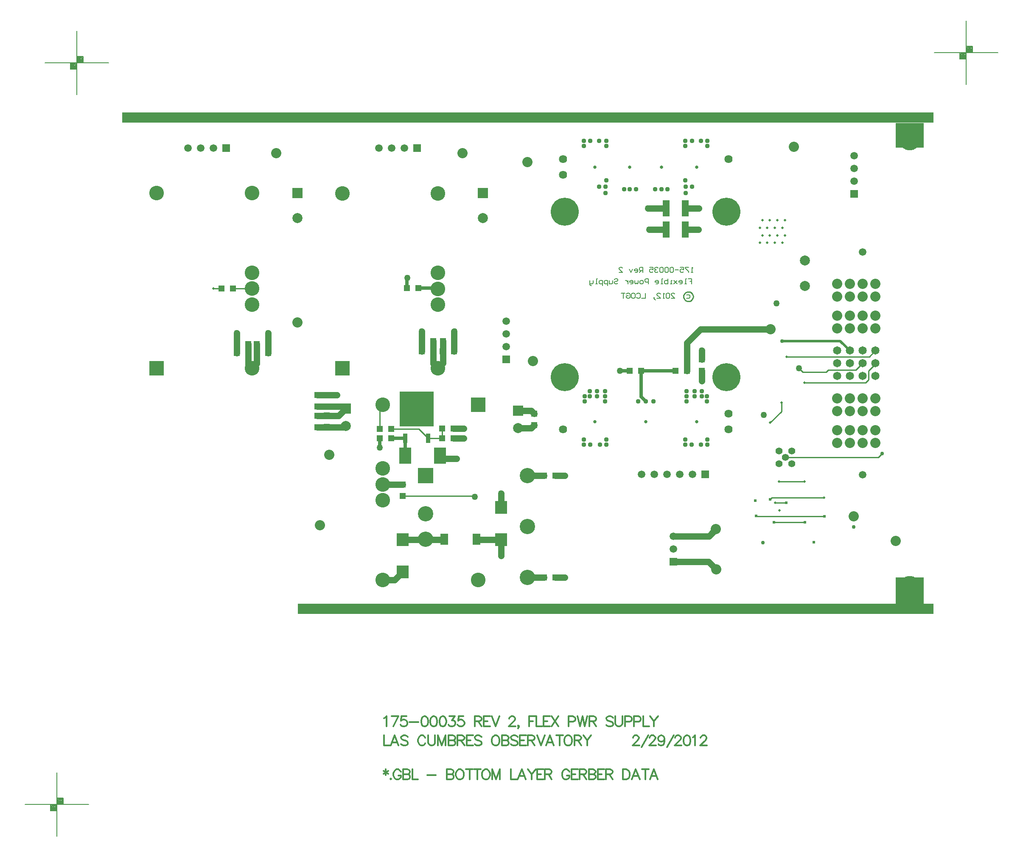
<source format=gbl>
%FSLAX23Y23*%
%MOIN*%
G70*
G01*
G75*
G04 Layer_Physical_Order=5*
G04 Layer_Color=16711680*
%ADD10R,0.036X0.036*%
%ADD11R,0.050X0.050*%
%ADD12R,0.059X0.039*%
%ADD13O,0.014X0.067*%
%ADD14O,0.024X0.079*%
%ADD15R,0.050X0.050*%
%ADD16R,0.268X0.272*%
%ADD17R,0.037X0.075*%
%ADD18C,0.010*%
%ADD19C,0.020*%
%ADD20C,0.012*%
%ADD21R,5.000X0.079*%
%ADD22R,0.221X0.206*%
%ADD23R,6.378X0.079*%
%ADD24R,0.221X0.197*%
%ADD25R,0.262X0.135*%
%ADD26C,0.008*%
%ADD27C,0.012*%
%ADD28C,0.012*%
%ADD29R,0.059X0.059*%
%ADD30C,0.059*%
%ADD31C,0.157*%
%ADD32C,0.080*%
%ADD33C,0.079*%
%ADD34R,0.079X0.079*%
%ADD35R,0.120X0.120*%
%ADD36C,0.120*%
%ADD37C,0.055*%
%ADD38C,0.065*%
%ADD39C,0.115*%
%ADD40R,0.115X0.115*%
%ADD41C,0.037*%
%ADD42C,0.233*%
%ADD43C,0.220*%
%ADD44C,0.064*%
%ADD45C,0.020*%
%ADD46R,0.059X0.059*%
%ADD47C,0.030*%
%ADD48C,0.050*%
%ADD49C,0.024*%
%ADD50C,0.040*%
%ADD51C,0.075*%
%ADD52C,0.206*%
%ADD53C,0.092*%
G04:AMPARAMS|DCode=54|XSize=112mil|YSize=112mil|CornerRadius=0mil|HoleSize=0mil|Usage=FLASHONLY|Rotation=0.000|XOffset=0mil|YOffset=0mil|HoleType=Round|Shape=Relief|Width=10mil|Gap=10mil|Entries=4|*
%AMTHD54*
7,0,0,0.112,0.092,0.010,45*
%
%ADD54THD54*%
%ADD55C,0.087*%
%ADD56C,0.118*%
%ADD57C,0.073*%
%ADD58C,0.190*%
G04:AMPARAMS|DCode=59|XSize=107.244mil|YSize=107.244mil|CornerRadius=0mil|HoleSize=0mil|Usage=FLASHONLY|Rotation=0.000|XOffset=0mil|YOffset=0mil|HoleType=Round|Shape=Relief|Width=10mil|Gap=10mil|Entries=4|*
%AMTHD59*
7,0,0,0.107,0.087,0.010,45*
%
%ADD59THD59*%
G04:AMPARAMS|DCode=60|XSize=138mil|YSize=138mil|CornerRadius=0mil|HoleSize=0mil|Usage=FLASHONLY|Rotation=0.000|XOffset=0mil|YOffset=0mil|HoleType=Round|Shape=Relief|Width=10mil|Gap=10mil|Entries=4|*
%AMTHD60*
7,0,0,0.138,0.118,0.010,45*
%
%ADD60THD60*%
%ADD61C,0.067*%
%ADD62C,0.056*%
%ADD63C,0.104*%
G04:AMPARAMS|DCode=64|XSize=70mil|YSize=70mil|CornerRadius=0mil|HoleSize=0mil|Usage=FLASHONLY|Rotation=0.000|XOffset=0mil|YOffset=0mil|HoleType=Round|Shape=Relief|Width=10mil|Gap=10mil|Entries=4|*
%AMTHD64*
7,0,0,0.070,0.050,0.010,45*
%
%ADD64THD64*%
G04:AMPARAMS|DCode=65|XSize=95.433mil|YSize=95.433mil|CornerRadius=0mil|HoleSize=0mil|Usage=FLASHONLY|Rotation=0.000|XOffset=0mil|YOffset=0mil|HoleType=Round|Shape=Relief|Width=10mil|Gap=10mil|Entries=4|*
%AMTHD65*
7,0,0,0.095,0.075,0.010,45*
%
%ADD65THD65*%
%ADD66C,0.055*%
%ADD67C,0.068*%
G04:AMPARAMS|DCode=68|XSize=88mil|YSize=88mil|CornerRadius=0mil|HoleSize=0mil|Usage=FLASHONLY|Rotation=0.000|XOffset=0mil|YOffset=0mil|HoleType=Round|Shape=Relief|Width=10mil|Gap=10mil|Entries=4|*
%AMTHD68*
7,0,0,0.088,0.068,0.010,45*
%
%ADD68THD68*%
G04:AMPARAMS|DCode=69|XSize=226.142mil|YSize=226.142mil|CornerRadius=0mil|HoleSize=0mil|Usage=FLASHONLY|Rotation=0.000|XOffset=0mil|YOffset=0mil|HoleType=Round|Shape=Relief|Width=10mil|Gap=10mil|Entries=4|*
%AMTHD69*
7,0,0,0.226,0.206,0.010,45*
%
%ADD69THD69*%
G04:AMPARAMS|DCode=70|XSize=93.465mil|YSize=93.465mil|CornerRadius=0mil|HoleSize=0mil|Usage=FLASHONLY|Rotation=0.000|XOffset=0mil|YOffset=0mil|HoleType=Round|Shape=Relief|Width=10mil|Gap=10mil|Entries=4|*
%AMTHD70*
7,0,0,0.093,0.073,0.010,45*
%
%ADD70THD70*%
G04:AMPARAMS|DCode=71|XSize=100mil|YSize=100mil|CornerRadius=0mil|HoleSize=0mil|Usage=FLASHONLY|Rotation=0.000|XOffset=0mil|YOffset=0mil|HoleType=Round|Shape=Relief|Width=10mil|Gap=10mil|Entries=4|*
%AMTHD71*
7,0,0,0.100,0.080,0.010,45*
%
%ADD71THD71*%
G04:AMPARAMS|DCode=72|XSize=75mil|YSize=75mil|CornerRadius=0mil|HoleSize=0mil|Usage=FLASHONLY|Rotation=0.000|XOffset=0mil|YOffset=0mil|HoleType=Round|Shape=Relief|Width=10mil|Gap=10mil|Entries=4|*
%AMTHD72*
7,0,0,0.075,0.055,0.010,45*
%
%ADD72THD72*%
%ADD73R,0.094X0.102*%
%ADD74R,0.055X0.130*%
%ADD75R,0.059X0.087*%
%ADD76R,0.094X0.130*%
%ADD77C,0.050*%
%ADD78C,0.025*%
%ADD79C,0.007*%
%ADD80R,4.998X0.079*%
%ADD81C,0.025*%
D11*
X51569Y33866D02*
D03*
Y33776D02*
D03*
X50254Y33349D02*
D03*
Y33439D02*
D03*
X48624Y33334D02*
D03*
Y33424D02*
D03*
X48549Y33333D02*
D03*
Y33423D02*
D03*
Y33586D02*
D03*
Y33496D02*
D03*
X48624Y33586D02*
D03*
Y33496D02*
D03*
X49219Y32881D02*
D03*
Y32791D02*
D03*
D15*
X49343Y34425D02*
D03*
X49253D02*
D03*
X47886Y34422D02*
D03*
X47796D02*
D03*
X49529Y33245D02*
D03*
X49619D02*
D03*
X49041Y33318D02*
D03*
X49131D02*
D03*
X49534Y33929D02*
D03*
X49624D02*
D03*
X49535Y34010D02*
D03*
X49625D02*
D03*
X49461Y33929D02*
D03*
X49371D02*
D03*
X49461Y34010D02*
D03*
X49371D02*
D03*
X48074Y33986D02*
D03*
X48164D02*
D03*
X48005D02*
D03*
X47915D02*
D03*
X48005Y33916D02*
D03*
X47915D02*
D03*
X49529Y33321D02*
D03*
X49619D02*
D03*
X50419Y32951D02*
D03*
X50329D02*
D03*
Y32151D02*
D03*
X50419D02*
D03*
X51004Y33775D02*
D03*
X51094D02*
D03*
X51454Y33776D02*
D03*
X51364D02*
D03*
X48074Y33916D02*
D03*
X48164D02*
D03*
X49039Y33245D02*
D03*
X49129D02*
D03*
D16*
X49329Y33475D02*
D03*
D17*
X49419Y33245D02*
D03*
X49240D02*
D03*
D18*
X51502Y34360D02*
X51501Y34369D01*
X51497Y34378D01*
X51491Y34386D01*
X51484Y34392D01*
X51475Y34396D01*
X51465Y34397D01*
X51455Y34396D01*
X51446Y34392D01*
X51438Y34386D01*
X51432Y34378D01*
X51428Y34369D01*
X51427Y34360D01*
X51428Y34350D01*
X51432Y34341D01*
X51438Y34333D01*
X51446Y34327D01*
X51455Y34323D01*
X51465Y34322D01*
X51475Y34323D01*
X51484Y34327D01*
X51491Y34333D01*
X51497Y34341D01*
X51501Y34350D01*
X51502Y34360D01*
X52105Y32764D02*
X52121Y32780D01*
X52529D01*
X52547Y33766D02*
X52563Y33782D01*
X52362Y33766D02*
X52547D01*
X52333Y33795D02*
X52362Y33766D01*
X52958Y33097D02*
X52986Y33126D01*
X52228Y33097D02*
X52958D01*
X52135Y32585D02*
X52136Y32584D01*
X51995Y32634D02*
X51997Y32632D01*
X52136Y32584D02*
X52381D01*
X51997Y32632D02*
X52534D01*
X52146Y32740D02*
X52231D01*
X52233Y32738D01*
X52107Y33368D02*
X52196Y33457D01*
Y33527D01*
X52235Y33887D02*
X52885D01*
X52378Y33681D02*
X52857D01*
X52177Y32906D02*
X52378D01*
X52176Y32905D02*
X52177Y32906D01*
X47886Y34422D02*
X48038D01*
X47735D02*
X47796D01*
X47734Y34421D02*
X47735Y34422D01*
X49041Y33318D02*
Y33487D01*
X49062Y33508D01*
X49131Y33318D02*
X49346D01*
X49419Y33245D01*
X49529D01*
Y33321D01*
X49624Y34085D02*
X49625Y34086D01*
X49219Y32791D02*
X49782D01*
X49787Y32786D01*
X52857Y33681D02*
X52881Y33705D01*
Y33777D01*
X52932Y33828D01*
Y33835D01*
X52563Y33782D02*
X52780D01*
X52832Y33835D01*
X52885Y33887D02*
X52932Y33935D01*
D19*
X52200Y34010D02*
X52657D01*
X52732Y33935D01*
D20*
X49088Y30644D02*
Y30598D01*
X49069Y30633D02*
X49107Y30610D01*
Y30633D02*
X49069Y30610D01*
X49127Y30572D02*
X49123Y30568D01*
X49127Y30564D01*
X49131Y30568D01*
X49127Y30572D01*
X49205Y30625D02*
X49201Y30633D01*
X49194Y30640D01*
X49186Y30644D01*
X49171D01*
X49163Y30640D01*
X49156Y30633D01*
X49152Y30625D01*
X49148Y30614D01*
Y30594D01*
X49152Y30583D01*
X49156Y30575D01*
X49163Y30568D01*
X49171Y30564D01*
X49186D01*
X49194Y30568D01*
X49201Y30575D01*
X49205Y30583D01*
Y30594D01*
X49186D02*
X49205D01*
X49224Y30644D02*
Y30564D01*
Y30644D02*
X49258D01*
X49269Y30640D01*
X49273Y30636D01*
X49277Y30629D01*
Y30621D01*
X49273Y30614D01*
X49269Y30610D01*
X49258Y30606D01*
X49224D02*
X49258D01*
X49269Y30602D01*
X49273Y30598D01*
X49277Y30591D01*
Y30579D01*
X49273Y30572D01*
X49269Y30568D01*
X49258Y30564D01*
X49224D01*
X49295Y30644D02*
Y30564D01*
X49340D01*
X49412Y30598D02*
X49481D01*
X49567Y30644D02*
Y30564D01*
Y30644D02*
X49601D01*
X49613Y30640D01*
X49617Y30636D01*
X49620Y30629D01*
Y30621D01*
X49617Y30614D01*
X49613Y30610D01*
X49601Y30606D01*
X49567D02*
X49601D01*
X49613Y30602D01*
X49617Y30598D01*
X49620Y30591D01*
Y30579D01*
X49617Y30572D01*
X49613Y30568D01*
X49601Y30564D01*
X49567D01*
X49661Y30644D02*
X49654Y30640D01*
X49646Y30633D01*
X49642Y30625D01*
X49638Y30614D01*
Y30594D01*
X49642Y30583D01*
X49646Y30575D01*
X49654Y30568D01*
X49661Y30564D01*
X49676D01*
X49684Y30568D01*
X49692Y30575D01*
X49695Y30583D01*
X49699Y30594D01*
Y30614D01*
X49695Y30625D01*
X49692Y30633D01*
X49684Y30640D01*
X49676Y30644D01*
X49661D01*
X49745D02*
Y30564D01*
X49718Y30644D02*
X49771D01*
X49807D02*
Y30564D01*
X49781Y30644D02*
X49834D01*
X49866D02*
X49859Y30640D01*
X49851Y30633D01*
X49847Y30625D01*
X49844Y30614D01*
Y30594D01*
X49847Y30583D01*
X49851Y30575D01*
X49859Y30568D01*
X49866Y30564D01*
X49882D01*
X49889Y30568D01*
X49897Y30575D01*
X49901Y30583D01*
X49905Y30594D01*
Y30614D01*
X49901Y30625D01*
X49897Y30633D01*
X49889Y30640D01*
X49882Y30644D01*
X49866D01*
X49923D02*
Y30564D01*
Y30644D02*
X49954Y30564D01*
X49984Y30644D02*
X49954Y30564D01*
X49984Y30644D02*
Y30564D01*
X50070Y30644D02*
Y30564D01*
X50116D01*
X50185D02*
X50155Y30644D01*
X50124Y30564D01*
X50136Y30591D02*
X50174D01*
X50204Y30644D02*
X50234Y30606D01*
Y30564D01*
X50265Y30644D02*
X50234Y30606D01*
X50325Y30644D02*
X50275D01*
Y30564D01*
X50325D01*
X50275Y30606D02*
X50306D01*
X50338Y30644D02*
Y30564D01*
Y30644D02*
X50372D01*
X50384Y30640D01*
X50388Y30636D01*
X50391Y30629D01*
Y30621D01*
X50388Y30614D01*
X50384Y30610D01*
X50372Y30606D01*
X50338D01*
X50365D02*
X50391Y30564D01*
X50529Y30625D02*
X50525Y30633D01*
X50518Y30640D01*
X50510Y30644D01*
X50495D01*
X50487Y30640D01*
X50480Y30633D01*
X50476Y30625D01*
X50472Y30614D01*
Y30594D01*
X50476Y30583D01*
X50480Y30575D01*
X50487Y30568D01*
X50495Y30564D01*
X50510D01*
X50518Y30568D01*
X50525Y30575D01*
X50529Y30583D01*
Y30594D01*
X50510D02*
X50529D01*
X50597Y30644D02*
X50547D01*
Y30564D01*
X50597D01*
X50547Y30606D02*
X50578D01*
X50610Y30644D02*
Y30564D01*
Y30644D02*
X50645D01*
X50656Y30640D01*
X50660Y30636D01*
X50664Y30629D01*
Y30621D01*
X50660Y30614D01*
X50656Y30610D01*
X50645Y30606D01*
X50610D01*
X50637D02*
X50664Y30564D01*
X50682Y30644D02*
Y30564D01*
Y30644D02*
X50716D01*
X50727Y30640D01*
X50731Y30636D01*
X50735Y30629D01*
Y30621D01*
X50731Y30614D01*
X50727Y30610D01*
X50716Y30606D01*
X50682D02*
X50716D01*
X50727Y30602D01*
X50731Y30598D01*
X50735Y30591D01*
Y30579D01*
X50731Y30572D01*
X50727Y30568D01*
X50716Y30564D01*
X50682D01*
X50802Y30644D02*
X50753D01*
Y30564D01*
X50802D01*
X50753Y30606D02*
X50783D01*
X50816Y30644D02*
Y30564D01*
Y30644D02*
X50850D01*
X50861Y30640D01*
X50865Y30636D01*
X50869Y30629D01*
Y30621D01*
X50865Y30614D01*
X50861Y30610D01*
X50850Y30606D01*
X50816D01*
X50842D02*
X50869Y30564D01*
X50950Y30644D02*
Y30564D01*
Y30644D02*
X50976D01*
X50988Y30640D01*
X50995Y30633D01*
X50999Y30625D01*
X51003Y30614D01*
Y30594D01*
X50999Y30583D01*
X50995Y30575D01*
X50988Y30568D01*
X50976Y30564D01*
X50950D01*
X51082D02*
X51051Y30644D01*
X51021Y30564D01*
X51032Y30591D02*
X51070D01*
X51127Y30644D02*
Y30564D01*
X51100Y30644D02*
X51154D01*
X51224Y30564D02*
X51194Y30644D01*
X51163Y30564D01*
X51175Y30591D02*
X51213D01*
D22*
X53203Y32048D02*
D03*
D23*
X50203Y35764D02*
D03*
D24*
X53203Y35626D02*
D03*
D26*
X46410Y36197D02*
X46910D01*
X46660Y35947D02*
Y36447D01*
X46710Y36197D02*
Y36247D01*
X46660D02*
X46710D01*
X46610Y36147D02*
Y36197D01*
Y36147D02*
X46660D01*
X46615Y36192D02*
X46655D01*
X46615Y36152D02*
Y36192D01*
Y36152D02*
X46655D01*
Y36192D01*
X46620Y36187D02*
X46650D01*
X46620Y36157D02*
Y36187D01*
Y36157D02*
X46650D01*
Y36182D01*
X46625D02*
X46645D01*
X46625Y36162D02*
Y36182D01*
Y36162D02*
X46645D01*
Y36177D01*
X46630D02*
X46640D01*
X46630Y36167D02*
Y36177D01*
Y36167D02*
X46640D01*
Y36177D01*
X46630Y36172D02*
X46640D01*
X46665Y36242D02*
X46705D01*
X46665Y36202D02*
Y36242D01*
Y36202D02*
X46705D01*
Y36242D01*
X46670Y36237D02*
X46700D01*
X46670Y36207D02*
Y36237D01*
Y36207D02*
X46700D01*
Y36232D01*
X46675D02*
X46695D01*
X46675Y36212D02*
Y36232D01*
Y36212D02*
X46695D01*
Y36227D01*
X46680D02*
X46690D01*
X46680Y36217D02*
Y36227D01*
Y36217D02*
X46690D01*
Y36227D01*
X46680Y36222D02*
X46690D01*
X46252Y30370D02*
X46752D01*
X46502Y30120D02*
Y30620D01*
X46552Y30370D02*
Y30420D01*
X46502D02*
X46552D01*
X46452Y30320D02*
Y30370D01*
Y30320D02*
X46502D01*
X46457Y30365D02*
X46497D01*
X46457Y30325D02*
Y30365D01*
Y30325D02*
X46497D01*
Y30365D01*
X46462Y30360D02*
X46492D01*
X46462Y30330D02*
Y30360D01*
Y30330D02*
X46492D01*
Y30355D01*
X46467D02*
X46487D01*
X46467Y30335D02*
Y30355D01*
Y30335D02*
X46487D01*
Y30350D01*
X46472D02*
X46482D01*
X46472Y30340D02*
Y30350D01*
Y30340D02*
X46482D01*
Y30350D01*
X46472Y30345D02*
X46482D01*
X46507Y30415D02*
X46547D01*
X46507Y30375D02*
Y30415D01*
Y30375D02*
X46547D01*
Y30415D01*
X46512Y30410D02*
X46542D01*
X46512Y30380D02*
Y30410D01*
Y30380D02*
X46542D01*
Y30405D01*
X46517D02*
X46537D01*
X46517Y30385D02*
Y30405D01*
Y30385D02*
X46537D01*
Y30400D01*
X46522D02*
X46532D01*
X46522Y30390D02*
Y30400D01*
Y30390D02*
X46532D01*
Y30400D01*
X46522Y30395D02*
X46532D01*
X53398Y36275D02*
X53898D01*
X53648Y36025D02*
Y36525D01*
X53698Y36275D02*
Y36325D01*
X53648D02*
X53698D01*
X53598Y36225D02*
Y36275D01*
Y36225D02*
X53648D01*
X53603Y36270D02*
X53643D01*
X53603Y36230D02*
Y36270D01*
Y36230D02*
X53643D01*
Y36270D01*
X53608Y36265D02*
X53638D01*
X53608Y36235D02*
Y36265D01*
Y36235D02*
X53638D01*
Y36260D01*
X53613D02*
X53633D01*
X53613Y36240D02*
Y36260D01*
Y36240D02*
X53633D01*
Y36255D01*
X53618D02*
X53628D01*
X53618Y36245D02*
Y36255D01*
Y36245D02*
X53628D01*
Y36255D01*
X53618Y36250D02*
X53628D01*
X53653Y36320D02*
X53693D01*
X53653Y36280D02*
Y36320D01*
Y36280D02*
X53693D01*
Y36320D01*
X53658Y36315D02*
X53688D01*
X53658Y36285D02*
Y36315D01*
Y36285D02*
X53688D01*
Y36310D01*
X53663D02*
X53683D01*
X53663Y36290D02*
Y36310D01*
Y36290D02*
X53683D01*
Y36305D01*
X53668D02*
X53678D01*
X53668Y36295D02*
Y36305D01*
Y36295D02*
X53678D01*
Y36305D01*
X53668Y36300D02*
X53678D01*
D27*
X49073Y30911D02*
Y30831D01*
X49119D01*
X49188D02*
X49158Y30911D01*
X49127Y30831D01*
X49139Y30857D02*
X49177D01*
X49260Y30899D02*
X49253Y30907D01*
X49241Y30911D01*
X49226D01*
X49215Y30907D01*
X49207Y30899D01*
Y30892D01*
X49211Y30884D01*
X49215Y30880D01*
X49222Y30876D01*
X49245Y30869D01*
X49253Y30865D01*
X49257Y30861D01*
X49260Y30853D01*
Y30842D01*
X49253Y30834D01*
X49241Y30831D01*
X49226D01*
X49215Y30834D01*
X49207Y30842D01*
X49398Y30892D02*
X49394Y30899D01*
X49387Y30907D01*
X49379Y30911D01*
X49364D01*
X49356Y30907D01*
X49349Y30899D01*
X49345Y30892D01*
X49341Y30880D01*
Y30861D01*
X49345Y30850D01*
X49349Y30842D01*
X49356Y30834D01*
X49364Y30831D01*
X49379D01*
X49387Y30834D01*
X49394Y30842D01*
X49398Y30850D01*
X49421Y30911D02*
Y30853D01*
X49425Y30842D01*
X49432Y30834D01*
X49444Y30831D01*
X49451D01*
X49463Y30834D01*
X49470Y30842D01*
X49474Y30853D01*
Y30911D01*
X49496D02*
Y30831D01*
Y30911D02*
X49527Y30831D01*
X49557Y30911D02*
X49527Y30831D01*
X49557Y30911D02*
Y30831D01*
X49580Y30911D02*
Y30831D01*
Y30911D02*
X49614D01*
X49626Y30907D01*
X49629Y30903D01*
X49633Y30895D01*
Y30888D01*
X49629Y30880D01*
X49626Y30876D01*
X49614Y30872D01*
X49580D02*
X49614D01*
X49626Y30869D01*
X49629Y30865D01*
X49633Y30857D01*
Y30846D01*
X49629Y30838D01*
X49626Y30834D01*
X49614Y30831D01*
X49580D01*
X49651Y30911D02*
Y30831D01*
Y30911D02*
X49685D01*
X49697Y30907D01*
X49701Y30903D01*
X49705Y30895D01*
Y30888D01*
X49701Y30880D01*
X49697Y30876D01*
X49685Y30872D01*
X49651D01*
X49678D02*
X49705Y30831D01*
X49772Y30911D02*
X49722D01*
Y30831D01*
X49772D01*
X49722Y30872D02*
X49753D01*
X49839Y30899D02*
X49831Y30907D01*
X49820Y30911D01*
X49804D01*
X49793Y30907D01*
X49785Y30899D01*
Y30892D01*
X49789Y30884D01*
X49793Y30880D01*
X49800Y30876D01*
X49823Y30869D01*
X49831Y30865D01*
X49835Y30861D01*
X49839Y30853D01*
Y30842D01*
X49831Y30834D01*
X49820Y30831D01*
X49804D01*
X49793Y30834D01*
X49785Y30842D01*
X49942Y30911D02*
X49935Y30907D01*
X49927Y30899D01*
X49923Y30892D01*
X49919Y30880D01*
Y30861D01*
X49923Y30850D01*
X49927Y30842D01*
X49935Y30834D01*
X49942Y30831D01*
X49957D01*
X49965Y30834D01*
X49973Y30842D01*
X49976Y30850D01*
X49980Y30861D01*
Y30880D01*
X49976Y30892D01*
X49973Y30899D01*
X49965Y30907D01*
X49957Y30911D01*
X49942D01*
X49999D02*
Y30831D01*
Y30911D02*
X50033D01*
X50045Y30907D01*
X50048Y30903D01*
X50052Y30895D01*
Y30888D01*
X50048Y30880D01*
X50045Y30876D01*
X50033Y30872D01*
X49999D02*
X50033D01*
X50045Y30869D01*
X50048Y30865D01*
X50052Y30857D01*
Y30846D01*
X50048Y30838D01*
X50045Y30834D01*
X50033Y30831D01*
X49999D01*
X50123Y30899D02*
X50116Y30907D01*
X50104Y30911D01*
X50089D01*
X50078Y30907D01*
X50070Y30899D01*
Y30892D01*
X50074Y30884D01*
X50078Y30880D01*
X50085Y30876D01*
X50108Y30869D01*
X50116Y30865D01*
X50120Y30861D01*
X50123Y30853D01*
Y30842D01*
X50116Y30834D01*
X50104Y30831D01*
X50089D01*
X50078Y30834D01*
X50070Y30842D01*
X50191Y30911D02*
X50141D01*
Y30831D01*
X50191D01*
X50141Y30872D02*
X50172D01*
X50204Y30911D02*
Y30831D01*
Y30911D02*
X50238D01*
X50250Y30907D01*
X50254Y30903D01*
X50258Y30895D01*
Y30888D01*
X50254Y30880D01*
X50250Y30876D01*
X50238Y30872D01*
X50204D01*
X50231D02*
X50258Y30831D01*
X50275Y30911D02*
X50306Y30831D01*
X50336Y30911D02*
X50306Y30831D01*
X50408D02*
X50377Y30911D01*
X50347Y30831D01*
X50358Y30857D02*
X50396D01*
X50453Y30911D02*
Y30831D01*
X50426Y30911D02*
X50480D01*
X50512D02*
X50504Y30907D01*
X50497Y30899D01*
X50493Y30892D01*
X50489Y30880D01*
Y30861D01*
X50493Y30850D01*
X50497Y30842D01*
X50504Y30834D01*
X50512Y30831D01*
X50527D01*
X50535Y30834D01*
X50542Y30842D01*
X50546Y30850D01*
X50550Y30861D01*
Y30880D01*
X50546Y30892D01*
X50542Y30899D01*
X50535Y30907D01*
X50527Y30911D01*
X50512D01*
X50569D02*
Y30831D01*
Y30911D02*
X50603D01*
X50614Y30907D01*
X50618Y30903D01*
X50622Y30895D01*
Y30888D01*
X50618Y30880D01*
X50614Y30876D01*
X50603Y30872D01*
X50569D01*
X50595D02*
X50622Y30831D01*
X50640Y30911D02*
X50670Y30872D01*
Y30831D01*
X50701Y30911D02*
X50670Y30872D01*
X51029Y30892D02*
Y30895D01*
X51033Y30903D01*
X51037Y30907D01*
X51044Y30911D01*
X51060D01*
X51067Y30907D01*
X51071Y30903D01*
X51075Y30895D01*
Y30888D01*
X51071Y30880D01*
X51063Y30869D01*
X51025Y30831D01*
X51079D01*
X51097Y30819D02*
X51150Y30911D01*
X51159Y30892D02*
Y30895D01*
X51163Y30903D01*
X51167Y30907D01*
X51174Y30911D01*
X51190D01*
X51197Y30907D01*
X51201Y30903D01*
X51205Y30895D01*
Y30888D01*
X51201Y30880D01*
X51193Y30869D01*
X51155Y30831D01*
X51209D01*
X51276Y30884D02*
X51272Y30872D01*
X51265Y30865D01*
X51253Y30861D01*
X51249D01*
X51238Y30865D01*
X51230Y30872D01*
X51226Y30884D01*
Y30888D01*
X51230Y30899D01*
X51238Y30907D01*
X51249Y30911D01*
X51253D01*
X51265Y30907D01*
X51272Y30899D01*
X51276Y30884D01*
Y30865D01*
X51272Y30846D01*
X51265Y30834D01*
X51253Y30831D01*
X51246D01*
X51234Y30834D01*
X51230Y30842D01*
X51298Y30819D02*
X51351Y30911D01*
X51360Y30892D02*
Y30895D01*
X51364Y30903D01*
X51368Y30907D01*
X51375Y30911D01*
X51391D01*
X51398Y30907D01*
X51402Y30903D01*
X51406Y30895D01*
Y30888D01*
X51402Y30880D01*
X51394Y30869D01*
X51356Y30831D01*
X51410D01*
X51450Y30911D02*
X51439Y30907D01*
X51431Y30895D01*
X51428Y30876D01*
Y30865D01*
X51431Y30846D01*
X51439Y30834D01*
X51450Y30831D01*
X51458D01*
X51469Y30834D01*
X51477Y30846D01*
X51481Y30865D01*
Y30876D01*
X51477Y30895D01*
X51469Y30907D01*
X51458Y30911D01*
X51450D01*
X51499Y30895D02*
X51506Y30899D01*
X51518Y30911D01*
Y30831D01*
X51561Y30892D02*
Y30895D01*
X51565Y30903D01*
X51569Y30907D01*
X51576Y30911D01*
X51592D01*
X51599Y30907D01*
X51603Y30903D01*
X51607Y30895D01*
Y30888D01*
X51603Y30880D01*
X51596Y30869D01*
X51557Y30831D01*
X51611D01*
D28*
X49073Y31045D02*
X49081Y31049D01*
X49092Y31061D01*
Y30981D01*
X49185Y31061D02*
X49147Y30981D01*
X49132Y31061D02*
X49185D01*
X49249D02*
X49211D01*
X49207Y31026D01*
X49211Y31030D01*
X49222Y31034D01*
X49233D01*
X49245Y31030D01*
X49252Y31022D01*
X49256Y31011D01*
Y31003D01*
X49252Y30992D01*
X49245Y30984D01*
X49233Y30981D01*
X49222D01*
X49211Y30984D01*
X49207Y30988D01*
X49203Y30996D01*
X49274Y31015D02*
X49343D01*
X49389Y31061D02*
X49378Y31057D01*
X49370Y31045D01*
X49366Y31026D01*
Y31015D01*
X49370Y30996D01*
X49378Y30984D01*
X49389Y30981D01*
X49397D01*
X49408Y30984D01*
X49416Y30996D01*
X49420Y31015D01*
Y31026D01*
X49416Y31045D01*
X49408Y31057D01*
X49397Y31061D01*
X49389D01*
X49460D02*
X49449Y31057D01*
X49441Y31045D01*
X49438Y31026D01*
Y31015D01*
X49441Y30996D01*
X49449Y30984D01*
X49460Y30981D01*
X49468D01*
X49479Y30984D01*
X49487Y30996D01*
X49491Y31015D01*
Y31026D01*
X49487Y31045D01*
X49479Y31057D01*
X49468Y31061D01*
X49460D01*
X49532D02*
X49520Y31057D01*
X49513Y31045D01*
X49509Y31026D01*
Y31015D01*
X49513Y30996D01*
X49520Y30984D01*
X49532Y30981D01*
X49539D01*
X49551Y30984D01*
X49558Y30996D01*
X49562Y31015D01*
Y31026D01*
X49558Y31045D01*
X49551Y31057D01*
X49539Y31061D01*
X49532D01*
X49588D02*
X49629D01*
X49607Y31030D01*
X49618D01*
X49626Y31026D01*
X49629Y31022D01*
X49633Y31011D01*
Y31003D01*
X49629Y30992D01*
X49622Y30984D01*
X49610Y30981D01*
X49599D01*
X49588Y30984D01*
X49584Y30988D01*
X49580Y30996D01*
X49697Y31061D02*
X49659D01*
X49655Y31026D01*
X49659Y31030D01*
X49670Y31034D01*
X49682D01*
X49693Y31030D01*
X49701Y31022D01*
X49705Y31011D01*
Y31003D01*
X49701Y30992D01*
X49693Y30984D01*
X49682Y30981D01*
X49670D01*
X49659Y30984D01*
X49655Y30988D01*
X49651Y30996D01*
X49785Y31061D02*
Y30981D01*
Y31061D02*
X49820D01*
X49831Y31057D01*
X49835Y31053D01*
X49839Y31045D01*
Y31038D01*
X49835Y31030D01*
X49831Y31026D01*
X49820Y31022D01*
X49785D01*
X49812D02*
X49839Y30981D01*
X49906Y31061D02*
X49856D01*
Y30981D01*
X49906D01*
X49856Y31022D02*
X49887D01*
X49919Y31061D02*
X49950Y30981D01*
X49980Y31061D02*
X49950Y30981D01*
X50057Y31042D02*
Y31045D01*
X50061Y31053D01*
X50065Y31057D01*
X50072Y31061D01*
X50088D01*
X50095Y31057D01*
X50099Y31053D01*
X50103Y31045D01*
Y31038D01*
X50099Y31030D01*
X50091Y31019D01*
X50053Y30981D01*
X50107D01*
X50132Y30984D02*
X50128Y30981D01*
X50125Y30984D01*
X50128Y30988D01*
X50132Y30984D01*
Y30977D01*
X50128Y30969D01*
X50125Y30965D01*
X50213Y31061D02*
Y30981D01*
Y31061D02*
X50262D01*
X50213Y31022D02*
X50243D01*
X50271Y31061D02*
Y30981D01*
X50317D01*
X50375Y31061D02*
X50326D01*
Y30981D01*
X50375D01*
X50326Y31022D02*
X50356D01*
X50389Y31061D02*
X50442Y30981D01*
Y31061D02*
X50389Y30981D01*
X50523Y31019D02*
X50557D01*
X50568Y31022D01*
X50572Y31026D01*
X50576Y31034D01*
Y31045D01*
X50572Y31053D01*
X50568Y31057D01*
X50557Y31061D01*
X50523D01*
Y30981D01*
X50594Y31061D02*
X50613Y30981D01*
X50632Y31061D02*
X50613Y30981D01*
X50632Y31061D02*
X50651Y30981D01*
X50670Y31061D02*
X50651Y30981D01*
X50686Y31061D02*
Y30981D01*
Y31061D02*
X50720D01*
X50732Y31057D01*
X50736Y31053D01*
X50739Y31045D01*
Y31038D01*
X50736Y31030D01*
X50732Y31026D01*
X50720Y31022D01*
X50686D01*
X50713D02*
X50739Y30981D01*
X50873Y31049D02*
X50866Y31057D01*
X50854Y31061D01*
X50839D01*
X50828Y31057D01*
X50820Y31049D01*
Y31042D01*
X50824Y31034D01*
X50828Y31030D01*
X50835Y31026D01*
X50858Y31019D01*
X50866Y31015D01*
X50870Y31011D01*
X50873Y31003D01*
Y30992D01*
X50866Y30984D01*
X50854Y30981D01*
X50839D01*
X50828Y30984D01*
X50820Y30992D01*
X50891Y31061D02*
Y31003D01*
X50895Y30992D01*
X50903Y30984D01*
X50914Y30981D01*
X50922D01*
X50933Y30984D01*
X50941Y30992D01*
X50945Y31003D01*
Y31061D01*
X50967Y31019D02*
X51001D01*
X51012Y31022D01*
X51016Y31026D01*
X51020Y31034D01*
Y31045D01*
X51016Y31053D01*
X51012Y31057D01*
X51001Y31061D01*
X50967D01*
Y30981D01*
X51038Y31019D02*
X51072D01*
X51084Y31022D01*
X51087Y31026D01*
X51091Y31034D01*
Y31045D01*
X51087Y31053D01*
X51084Y31057D01*
X51072Y31061D01*
X51038D01*
Y30981D01*
X51109Y31061D02*
Y30981D01*
X51155D01*
X51164Y31061D02*
X51194Y31022D01*
Y30981D01*
X51225Y31061D02*
X51194Y31022D01*
D29*
X51345Y32277D02*
D03*
X52767Y35166D02*
D03*
X50032Y33866D02*
D03*
D30*
X51345Y32377D02*
D03*
Y32477D02*
D03*
X52832Y32960D02*
D03*
Y34710D02*
D03*
X51497Y32961D02*
D03*
X51397D02*
D03*
X51297D02*
D03*
X51197D02*
D03*
X51097D02*
D03*
X49232Y35526D02*
D03*
X49132D02*
D03*
X49032D02*
D03*
X52767Y35266D02*
D03*
Y35366D02*
D03*
Y35466D02*
D03*
X47732Y35526D02*
D03*
X47632D02*
D03*
X47532D02*
D03*
X50032Y33966D02*
D03*
Y34066D02*
D03*
Y34166D02*
D03*
D31*
X53203Y32085D02*
D03*
Y35585D02*
D03*
D32*
X50244Y33851D02*
D03*
X51679Y32531D02*
D03*
X51684Y32216D02*
D03*
X49691Y35485D02*
D03*
X48225D02*
D03*
X52109Y34101D02*
D03*
X53093Y32440D02*
D03*
X52294Y35536D02*
D03*
X48394Y34156D02*
D03*
X50199Y35416D02*
D03*
X52762Y32631D02*
D03*
X48569Y32561D02*
D03*
X48644Y33116D02*
D03*
X52932Y34460D02*
D03*
X52832D02*
D03*
X52732D02*
D03*
X52632D02*
D03*
Y34360D02*
D03*
X52732D02*
D03*
X52832D02*
D03*
X52932D02*
D03*
X52632Y34210D02*
D03*
X52732D02*
D03*
X52832D02*
D03*
X52932D02*
D03*
X52632Y34110D02*
D03*
X52732D02*
D03*
X52832D02*
D03*
X52932D02*
D03*
Y33210D02*
D03*
X52832D02*
D03*
X52732D02*
D03*
X52632D02*
D03*
X52932Y33310D02*
D03*
X52832D02*
D03*
X52732D02*
D03*
X52632D02*
D03*
X52932Y33460D02*
D03*
X52832D02*
D03*
X52732D02*
D03*
X52632D02*
D03*
Y33560D02*
D03*
X52732D02*
D03*
X52832D02*
D03*
X52932D02*
D03*
D33*
X48392Y34976D02*
D03*
X48772Y33342D02*
D03*
X49849Y34976D02*
D03*
X50125Y33325D02*
D03*
X52381Y34643D02*
D03*
Y34443D02*
D03*
D34*
X48392Y35173D02*
D03*
X48772Y33480D02*
D03*
X49849Y35173D02*
D03*
X50125Y33463D02*
D03*
D35*
X49399Y32951D02*
D03*
D36*
Y32651D02*
D03*
Y32451D02*
D03*
X50199Y32151D02*
D03*
Y32551D02*
D03*
Y32951D02*
D03*
D37*
X52278Y33047D02*
D03*
X52178D02*
D03*
Y33147D02*
D03*
X52278D02*
D03*
X52228Y33097D02*
D03*
D38*
X52932Y33735D02*
D03*
X52832D02*
D03*
X52732D02*
D03*
X52632D02*
D03*
X52932Y33835D02*
D03*
X52832D02*
D03*
X52732D02*
D03*
X52632D02*
D03*
X52932Y33935D02*
D03*
X52832D02*
D03*
X52732D02*
D03*
X52632D02*
D03*
D39*
X48747Y35170D02*
D03*
X49497D02*
D03*
Y34545D02*
D03*
Y34420D02*
D03*
Y34295D02*
D03*
Y33795D02*
D03*
X48038Y33797D02*
D03*
Y34297D02*
D03*
Y34422D02*
D03*
Y34547D02*
D03*
Y35172D02*
D03*
X47288D02*
D03*
X49812Y32133D02*
D03*
X49062D02*
D03*
Y32758D02*
D03*
Y32883D02*
D03*
Y33008D02*
D03*
Y33508D02*
D03*
D40*
X48747Y33795D02*
D03*
X47288Y33797D02*
D03*
X49812Y33508D02*
D03*
D41*
X51439Y33197D02*
D03*
Y33237D02*
D03*
X51489Y33197D02*
D03*
X51614D02*
D03*
X51564D02*
D03*
X51614Y33237D02*
D03*
X51569Y33617D02*
D03*
X51512D02*
D03*
X51449D02*
D03*
Y33577D02*
D03*
Y33537D02*
D03*
X51512Y33577D02*
D03*
X51569D02*
D03*
X51609D02*
D03*
Y33537D02*
D03*
X51069D02*
D03*
X51189D02*
D03*
X51129D02*
D03*
X50649D02*
D03*
Y33577D02*
D03*
X50689D02*
D03*
X50747D02*
D03*
X50809Y33537D02*
D03*
Y33577D02*
D03*
Y33617D02*
D03*
X50747D02*
D03*
X50689D02*
D03*
X50644Y33237D02*
D03*
X50694Y33197D02*
D03*
X50644D02*
D03*
X50769D02*
D03*
X50819Y33237D02*
D03*
Y33197D02*
D03*
X51614Y35542D02*
D03*
X51564Y35582D02*
D03*
X51614D02*
D03*
X51494D02*
D03*
X51439Y35542D02*
D03*
Y35582D02*
D03*
X51494Y35222D02*
D03*
X51439Y35272D02*
D03*
X51444Y35222D02*
D03*
Y35172D02*
D03*
X51254Y35202D02*
D03*
X51299D02*
D03*
X51204D02*
D03*
X51054D02*
D03*
X50959D02*
D03*
X51004D02*
D03*
X50814Y35172D02*
D03*
Y35222D02*
D03*
X50819Y35272D02*
D03*
X50764Y35222D02*
D03*
X50819Y35582D02*
D03*
Y35542D02*
D03*
X50764Y35582D02*
D03*
X50644D02*
D03*
X50694D02*
D03*
X50644Y35542D02*
D03*
D43*
X51764Y33727D02*
D03*
Y35027D02*
D03*
X50494D02*
D03*
Y33727D02*
D03*
D44*
X51779Y35440D02*
D03*
X50479Y35315D02*
D03*
Y35440D02*
D03*
X51779Y33314D02*
D03*
Y33439D02*
D03*
X50479Y33314D02*
D03*
D45*
X52045Y34958D02*
D03*
X52104D02*
D03*
X52163D02*
D03*
X52222D02*
D03*
X52202Y34899D02*
D03*
X52143D02*
D03*
X52084D02*
D03*
X52025D02*
D03*
X52045Y34840D02*
D03*
X52104D02*
D03*
X52163D02*
D03*
X52222D02*
D03*
X52202Y34781D02*
D03*
X52143D02*
D03*
X52084D02*
D03*
X52025D02*
D03*
X49428Y33377D02*
D03*
X49369D02*
D03*
X49310D02*
D03*
X49251D02*
D03*
X49231Y33436D02*
D03*
X49290D02*
D03*
X49349D02*
D03*
X49408D02*
D03*
X49428Y33495D02*
D03*
X49369D02*
D03*
X49310D02*
D03*
X49251D02*
D03*
X49231Y33554D02*
D03*
X49290D02*
D03*
X49349D02*
D03*
X49408D02*
D03*
X52529Y32780D02*
D03*
X52179Y32678D02*
D03*
X52146Y32740D02*
D03*
X52107Y33368D02*
D03*
X52196Y33527D02*
D03*
X52235Y33887D02*
D03*
X52378Y33681D02*
D03*
Y32906D02*
D03*
X52176Y32905D02*
D03*
X47734Y34421D02*
D03*
D46*
X51597Y32961D02*
D03*
X49332Y35526D02*
D03*
X47832D02*
D03*
D47*
X52200Y34010D02*
D03*
X52051Y32426D02*
D03*
X52986Y33126D02*
D03*
X52762Y32550D02*
D03*
D48*
X52333Y33795D02*
D03*
X52058Y33429D02*
D03*
X51454Y33876D02*
D03*
X51569Y33696D02*
D03*
X51147Y35053D02*
D03*
X51155Y34886D02*
D03*
X51542D02*
D03*
X51547Y35053D02*
D03*
X48164Y34071D02*
D03*
X47915D02*
D03*
X48704Y33586D02*
D03*
X49041Y33171D02*
D03*
X49644Y33086D02*
D03*
X49699Y33321D02*
D03*
Y33246D02*
D03*
X49371Y34086D02*
D03*
X49625D02*
D03*
X49787Y32786D02*
D03*
X49257Y34504D02*
D03*
X49994Y32322D02*
D03*
X50494Y32151D02*
D03*
Y32951D02*
D03*
X49994Y32811D02*
D03*
X50927Y33775D02*
D03*
X51569Y33935D02*
D03*
X52156Y34306D02*
D03*
D49*
X52381Y32584D02*
D03*
X52135Y32585D02*
D03*
X52451Y32430D02*
D03*
X52105Y32764D02*
D03*
X52534Y32632D02*
D03*
X51995Y32634D02*
D03*
X51989Y32756D02*
D03*
X52233Y32738D02*
D03*
D73*
X49994Y32702D02*
D03*
Y32450D02*
D03*
X49221Y32196D02*
D03*
Y32449D02*
D03*
D74*
X51290Y34886D02*
D03*
X51439D02*
D03*
X51290Y35052D02*
D03*
X51439D02*
D03*
D75*
X49800Y32451D02*
D03*
X49548D02*
D03*
D76*
X49240Y33109D02*
D03*
X49513D02*
D03*
D77*
X51345Y32277D02*
X51623D01*
X51684Y32216D01*
X51625Y32477D02*
X51679Y32531D01*
X51345Y32477D02*
X51625D01*
X51454Y33776D02*
Y33876D01*
X51569Y33696D02*
Y33776D01*
X51147Y35052D02*
Y35053D01*
Y35052D02*
X51290D01*
X51155Y34886D02*
X51290D01*
X51439D02*
X51542D01*
X51439Y35052D02*
X51546D01*
X51547Y35053D01*
X48074Y33916D02*
Y33986D01*
Y33833D02*
Y33916D01*
X48038Y33797D02*
X48074Y33833D01*
X48005Y33829D02*
X48038Y33797D01*
X48005Y33829D02*
Y33916D01*
Y33986D01*
X48164Y33916D02*
Y33986D01*
Y34071D01*
X47915Y33916D02*
Y33986D01*
Y34071D01*
X48715Y33423D02*
X48772Y33480D01*
X48755Y33496D02*
X48772Y33480D01*
X48549Y33423D02*
X48715D01*
X48549Y33496D02*
X48624D01*
X48755D01*
X48549Y33586D02*
X48624D01*
X48704D01*
X48763Y33333D02*
X48772Y33342D01*
X48549Y33333D02*
X48763D01*
X49513Y33086D02*
X49644D01*
X49619Y33321D02*
X49699D01*
X49619Y33245D02*
X49698D01*
X49699Y33246D01*
X49535Y33834D02*
Y34010D01*
X49497Y33795D02*
X49535Y33834D01*
X49461Y33831D02*
X49497Y33795D01*
X49461Y33831D02*
Y33929D01*
Y34010D01*
X49371Y33929D02*
Y34010D01*
Y34086D01*
X49624Y33929D02*
Y34085D01*
X49994Y32322D02*
Y32450D01*
X49801D02*
X49994D01*
X50199Y32951D02*
X50329D01*
Y32151D02*
X50331Y32152D01*
X50199Y32151D02*
X50329D01*
X50199Y32551D02*
X50206Y32544D01*
X50419Y32151D02*
X50494D01*
X50419Y32951D02*
X50494D01*
X49994Y32702D02*
Y32811D01*
X49221Y32449D02*
X49546D01*
X49157Y32133D02*
X49221Y32196D01*
X49062Y32133D02*
X49157D01*
X50230Y33463D02*
X50254Y33439D01*
X50125Y33463D02*
X50230D01*
Y33325D02*
X50254Y33349D01*
X50125Y33325D02*
X50230D01*
X51569Y33866D02*
Y33935D01*
X51454Y33876D02*
Y33996D01*
X51560Y34101D01*
X52109D01*
X49063Y32881D02*
X49219D01*
X49062Y32883D02*
X49063Y32881D01*
D78*
X49129Y33245D02*
X49240D01*
Y33086D02*
Y33245D01*
X49239Y33086D02*
X49240Y33086D01*
X49039Y33172D02*
Y33245D01*
Y33172D02*
X49041Y33171D01*
X49343Y34425D02*
X49492D01*
X49253D02*
Y34500D01*
X49257Y34504D01*
X51095Y33776D02*
X51364D01*
X51094Y33775D02*
X51095Y33776D01*
X51094Y33572D02*
Y33775D01*
Y33572D02*
X51129Y33537D01*
X50927Y33775D02*
X51004D01*
D79*
X51500Y34548D02*
X51487D01*
X51494D01*
Y34588D01*
X51500Y34582D01*
X51467Y34588D02*
X51440D01*
Y34582D01*
X51467Y34555D01*
Y34548D01*
X51400Y34588D02*
X51427D01*
Y34568D01*
X51414Y34575D01*
X51407D01*
X51400Y34568D01*
Y34555D01*
X51407Y34548D01*
X51420D01*
X51427Y34555D01*
X51387Y34568D02*
X51360D01*
X51347Y34582D02*
X51340Y34588D01*
X51327D01*
X51320Y34582D01*
Y34555D01*
X51327Y34548D01*
X51340D01*
X51347Y34555D01*
Y34582D01*
X51307D02*
X51300Y34588D01*
X51287D01*
X51280Y34582D01*
Y34555D01*
X51287Y34548D01*
X51300D01*
X51307Y34555D01*
Y34582D01*
X51267D02*
X51260Y34588D01*
X51247D01*
X51240Y34582D01*
Y34555D01*
X51247Y34548D01*
X51260D01*
X51267Y34555D01*
Y34582D01*
X51227D02*
X51220Y34588D01*
X51207D01*
X51200Y34582D01*
Y34575D01*
X51207Y34568D01*
X51214D01*
X51207D01*
X51200Y34562D01*
Y34555D01*
X51207Y34548D01*
X51220D01*
X51227Y34555D01*
X51160Y34588D02*
X51187D01*
Y34568D01*
X51174Y34575D01*
X51167D01*
X51160Y34568D01*
Y34555D01*
X51167Y34548D01*
X51180D01*
X51187Y34555D01*
X51107Y34548D02*
Y34588D01*
X51087D01*
X51080Y34582D01*
Y34568D01*
X51087Y34562D01*
X51107D01*
X51094D02*
X51080Y34548D01*
X51047D02*
X51060D01*
X51067Y34555D01*
Y34568D01*
X51060Y34575D01*
X51047D01*
X51040Y34568D01*
Y34562D01*
X51067D01*
X51027Y34575D02*
X51014Y34548D01*
X51000Y34575D01*
X50920Y34548D02*
X50947D01*
X50920Y34575D01*
Y34582D01*
X50927Y34588D01*
X50940D01*
X50947Y34582D01*
X51463Y34499D02*
X51489D01*
Y34479D01*
X51476D01*
X51489D01*
Y34460D01*
X51449D02*
X51436D01*
X51443D01*
Y34499D01*
X51449D01*
X51396Y34460D02*
X51409D01*
X51416Y34466D01*
Y34479D01*
X51409Y34486D01*
X51396D01*
X51389Y34479D01*
Y34473D01*
X51416D01*
X51376Y34486D02*
X51349Y34460D01*
X51363Y34473D01*
X51349Y34486D01*
X51376Y34460D01*
X51336D02*
X51323D01*
X51329D01*
Y34486D01*
X51336D01*
X51303Y34499D02*
Y34460D01*
X51283D01*
X51276Y34466D01*
Y34473D01*
Y34479D01*
X51283Y34486D01*
X51303D01*
X51263Y34460D02*
X51249D01*
X51256D01*
Y34499D01*
X51263D01*
X51209Y34460D02*
X51223D01*
X51229Y34466D01*
Y34479D01*
X51223Y34486D01*
X51209D01*
X51203Y34479D01*
Y34473D01*
X51229D01*
X51149Y34460D02*
Y34499D01*
X51129D01*
X51123Y34493D01*
Y34479D01*
X51129Y34473D01*
X51149D01*
X51103Y34460D02*
X51089D01*
X51083Y34466D01*
Y34479D01*
X51089Y34486D01*
X51103D01*
X51109Y34479D01*
Y34466D01*
X51103Y34460D01*
X51069Y34486D02*
Y34466D01*
X51063Y34460D01*
X51056Y34466D01*
X51049Y34460D01*
X51043Y34466D01*
Y34486D01*
X51009Y34460D02*
X51023D01*
X51029Y34466D01*
Y34479D01*
X51023Y34486D01*
X51009D01*
X51003Y34479D01*
Y34473D01*
X51029D01*
X50989Y34486D02*
Y34460D01*
Y34473D01*
X50983Y34479D01*
X50976Y34486D01*
X50969D01*
X50883Y34493D02*
X50889Y34499D01*
X50903D01*
X50909Y34493D01*
Y34486D01*
X50903Y34479D01*
X50889D01*
X50883Y34473D01*
Y34466D01*
X50889Y34460D01*
X50903D01*
X50909Y34466D01*
X50869Y34486D02*
Y34466D01*
X50863Y34460D01*
X50843D01*
Y34486D01*
X50830Y34446D02*
Y34486D01*
X50810D01*
X50803Y34479D01*
Y34466D01*
X50810Y34460D01*
X50830D01*
X50790Y34446D02*
Y34486D01*
X50770D01*
X50763Y34479D01*
Y34466D01*
X50770Y34460D01*
X50790D01*
X50750D02*
X50736D01*
X50743D01*
Y34499D01*
X50750D01*
X50716Y34486D02*
Y34466D01*
X50710Y34460D01*
X50690D01*
Y34453D01*
X50696Y34446D01*
X50703D01*
X50690Y34460D02*
Y34486D01*
X51451Y34373D02*
X51471D01*
X51478Y34366D01*
Y34353D01*
X51471Y34346D01*
X51451D01*
X51331D02*
X51358D01*
X51331Y34373D01*
Y34380D01*
X51338Y34386D01*
X51351D01*
X51358Y34380D01*
X51318D02*
X51311Y34386D01*
X51298D01*
X51291Y34380D01*
Y34353D01*
X51298Y34346D01*
X51311D01*
X51318Y34353D01*
Y34380D01*
X51278Y34346D02*
X51265D01*
X51271D01*
Y34386D01*
X51278Y34380D01*
X51218Y34346D02*
X51245D01*
X51218Y34373D01*
Y34380D01*
X51225Y34386D01*
X51238D01*
X51245Y34380D01*
X51198Y34340D02*
X51192Y34346D01*
Y34353D01*
X51198D01*
Y34346D01*
X51192D01*
X51198Y34340D01*
X51205Y34333D01*
X51125Y34386D02*
Y34346D01*
X51098D01*
X51058Y34380D02*
X51065Y34386D01*
X51078D01*
X51085Y34380D01*
Y34353D01*
X51078Y34346D01*
X51065D01*
X51058Y34353D01*
X51025Y34386D02*
X51038D01*
X51045Y34380D01*
Y34353D01*
X51038Y34346D01*
X51025D01*
X51018Y34353D01*
Y34380D01*
X51025Y34386D01*
X50978Y34380D02*
X50985Y34386D01*
X50998D01*
X51005Y34380D01*
Y34353D01*
X50998Y34346D01*
X50985D01*
X50978Y34353D01*
Y34366D01*
X50992D01*
X50965Y34386D02*
X50938D01*
X50952D01*
Y34346D01*
D80*
X50893Y31905D02*
D03*
D81*
X51529Y35377D02*
D03*
X51254D02*
D03*
X51004D02*
D03*
X50729D02*
D03*
X51129Y33377D02*
D03*
X51529D02*
D03*
X50729D02*
D03*
M02*

</source>
